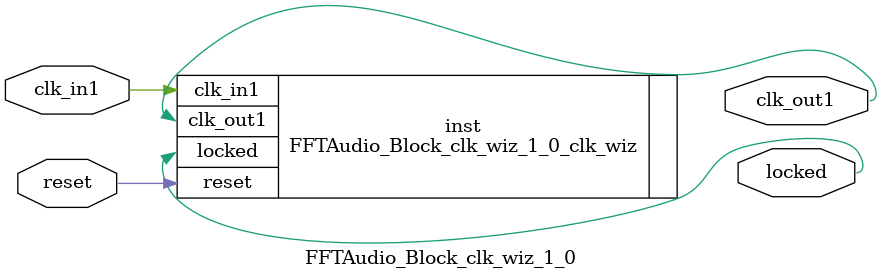
<source format=v>


`timescale 1ps/1ps

(* CORE_GENERATION_INFO = "FFTAudio_Block_clk_wiz_1_0,clk_wiz_v6_0_6_0_0,{component_name=FFTAudio_Block_clk_wiz_1_0,use_phase_alignment=true,use_min_o_jitter=false,use_max_i_jitter=false,use_dyn_phase_shift=false,use_inclk_switchover=false,use_dyn_reconfig=false,enable_axi=0,feedback_source=FDBK_AUTO,PRIMITIVE=MMCM,num_out_clk=1,clkin1_period=83.333,clkin2_period=10.0,use_power_down=false,use_reset=true,use_locked=true,use_inclk_stopped=false,feedback_type=SINGLE,CLOCK_MGR_TYPE=NA,manual_override=false}" *)

module FFTAudio_Block_clk_wiz_1_0 
 (
  // Clock out ports
  output        clk_out1,
  // Status and control signals
  input         reset,
  output        locked,
 // Clock in ports
  input         clk_in1
 );

  FFTAudio_Block_clk_wiz_1_0_clk_wiz inst
  (
  // Clock out ports  
  .clk_out1(clk_out1),
  // Status and control signals               
  .reset(reset), 
  .locked(locked),
 // Clock in ports
  .clk_in1(clk_in1)
  );

endmodule

</source>
